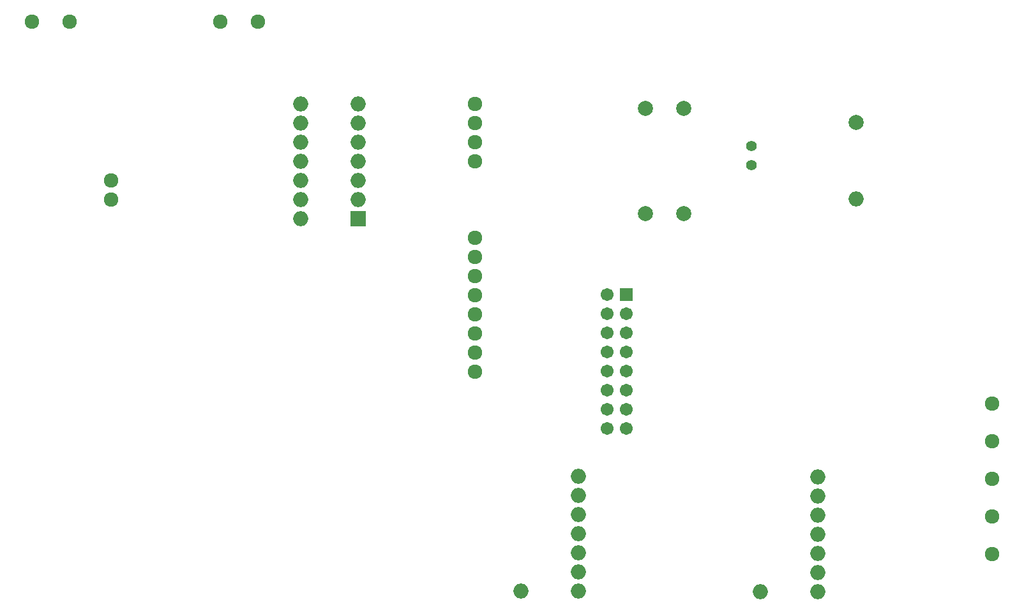
<source format=gbr>
G04 #@! TF.GenerationSoftware,KiCad,Pcbnew,(5.0.0)*
G04 #@! TF.CreationDate,2018-12-11T19:12:22-02:00*
G04 #@! TF.ProjectId,trab,747261622E6B696361645F7063620000,rev?*
G04 #@! TF.SameCoordinates,Original*
G04 #@! TF.FileFunction,Soldermask,Bot*
G04 #@! TF.FilePolarity,Negative*
%FSLAX46Y46*%
G04 Gerber Fmt 4.6, Leading zero omitted, Abs format (unit mm)*
G04 Created by KiCad (PCBNEW (5.0.0)) date 12/11/18 19:12:22*
%MOMM*%
%LPD*%
G01*
G04 APERTURE LIST*
%ADD10C,2.000000*%
%ADD11O,2.000000X2.000000*%
%ADD12C,1.400000*%
%ADD13C,1.924000*%
%ADD14R,2.000000X2.000000*%
%ADD15R,1.710000X1.710000*%
%ADD16C,1.710000*%
G04 APERTURE END LIST*
D10*
G04 #@! TO.C,R2*
X202565000Y-62230000D03*
D11*
X202565000Y-72390000D03*
G04 #@! TD*
D10*
G04 #@! TO.C,C2*
X174705000Y-60325000D03*
X179705000Y-60325000D03*
G04 #@! TD*
G04 #@! TO.C,C1*
X179705000Y-74295000D03*
X174705000Y-74295000D03*
G04 #@! TD*
D12*
G04 #@! TO.C,Y1*
X188755000Y-67895000D03*
X188755000Y-65355000D03*
G04 #@! TD*
D11*
G04 #@! TO.C,U1*
X165735000Y-124460000D03*
X165735000Y-121920000D03*
X165735000Y-119380000D03*
X165735000Y-116840000D03*
X165735000Y-114300000D03*
X165735000Y-111760000D03*
X158115000Y-124460000D03*
X165735000Y-109220000D03*
G04 #@! TD*
D13*
G04 #@! TO.C,U8*
X103825000Y-69925000D03*
X103825000Y-72465000D03*
X152085000Y-59765000D03*
X152085000Y-62305000D03*
X152085000Y-64845000D03*
X152085000Y-67385000D03*
X152085000Y-77545000D03*
X152085000Y-80085000D03*
X152085000Y-82625000D03*
X152085000Y-85165000D03*
X152085000Y-87705000D03*
X152085000Y-90245000D03*
X152085000Y-92785000D03*
X152085000Y-95325000D03*
G04 #@! TD*
D14*
G04 #@! TO.C,U3*
X136525000Y-75005000D03*
D11*
X128905000Y-59765000D03*
X136525000Y-72465000D03*
X128905000Y-62305000D03*
X136525000Y-69925000D03*
X128905000Y-64845000D03*
X136525000Y-67385000D03*
X128905000Y-67385000D03*
X136525000Y-64845000D03*
X128905000Y-69925000D03*
X136525000Y-62305000D03*
X128905000Y-72465000D03*
X136525000Y-59765000D03*
X128905000Y-75005000D03*
G04 #@! TD*
D13*
G04 #@! TO.C,U7*
X93265000Y-48815000D03*
X98265000Y-48815000D03*
X118265000Y-48815000D03*
X123265000Y-48815000D03*
G04 #@! TD*
D11*
G04 #@! TO.C,U2*
X197485000Y-124535000D03*
X197485000Y-121995000D03*
X197485000Y-119455000D03*
X197485000Y-116915000D03*
X197485000Y-114375000D03*
X197485000Y-111835000D03*
X189865000Y-124535000D03*
X197485000Y-109295000D03*
G04 #@! TD*
D13*
G04 #@! TO.C,U4*
X220665000Y-119535000D03*
X220665000Y-114535000D03*
X220665000Y-109535000D03*
X220665000Y-104535000D03*
X220665000Y-99535000D03*
G04 #@! TD*
D15*
G04 #@! TO.C,U5*
X172085000Y-85090000D03*
D16*
X172085000Y-87630000D03*
X172085000Y-90170000D03*
X172085000Y-92710000D03*
X172085000Y-95250000D03*
X172085000Y-97790000D03*
X172085000Y-100330000D03*
X172085000Y-102870000D03*
X169545000Y-85090000D03*
X169545000Y-87630000D03*
X169545000Y-90170000D03*
X169545000Y-92710000D03*
X169545000Y-95250000D03*
X169545000Y-97790000D03*
X169545000Y-100330000D03*
X169545000Y-102870000D03*
G04 #@! TD*
M02*

</source>
